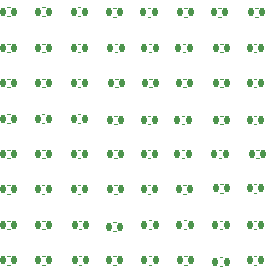
<source format=gbr>
%TF.GenerationSoftware,KiCad,Pcbnew,7.0.5*%
%TF.CreationDate,2023-09-01T16:08:52-05:00*%
%TF.ProjectId,Chimera_0004_Aurora,4368696d-6572-4615-9f30-3030345f4175,rev?*%
%TF.SameCoordinates,Original*%
%TF.FileFunction,Legend,Bot*%
%TF.FilePolarity,Positive*%
%FSLAX46Y46*%
G04 Gerber Fmt 4.6, Leading zero omitted, Abs format (unit mm)*
G04 Created by KiCad (PCBNEW 7.0.5) date 2023-09-01 16:08:52*
%MOMM*%
%LPD*%
G01*
G04 APERTURE LIST*
G04 Aperture macros list*
%AMRoundRect*
0 Rectangle with rounded corners*
0 $1 Rounding radius*
0 $2 $3 $4 $5 $6 $7 $8 $9 X,Y pos of 4 corners*
0 Add a 4 corners polygon primitive as box body*
4,1,4,$2,$3,$4,$5,$6,$7,$8,$9,$2,$3,0*
0 Add four circle primitives for the rounded corners*
1,1,$1+$1,$2,$3*
1,1,$1+$1,$4,$5*
1,1,$1+$1,$6,$7*
1,1,$1+$1,$8,$9*
0 Add four rect primitives between the rounded corners*
20,1,$1+$1,$2,$3,$4,$5,0*
20,1,$1+$1,$4,$5,$6,$7,0*
20,1,$1+$1,$6,$7,$8,$9,0*
20,1,$1+$1,$8,$9,$2,$3,0*%
G04 Aperture macros list end*
%ADD10C,0.120000*%
%ADD11C,0.100000*%
%ADD12C,6.400000*%
%ADD13C,3.600000*%
%ADD14RoundRect,0.140000X-0.140000X-0.170000X0.140000X-0.170000X0.140000X0.170000X-0.140000X0.170000X0*%
%ADD15RoundRect,0.140000X0.140000X0.170000X-0.140000X0.170000X-0.140000X-0.170000X0.140000X-0.170000X0*%
%ADD16C,1.200000*%
%ADD17C,1.800000*%
G04 APERTURE END LIST*
D10*
%TO.C,C70*%
X113892164Y-141960000D02*
X114107836Y-141960000D01*
X113892164Y-141240000D02*
X114107836Y-141240000D01*
%TO.C,C69*%
X116892164Y-141960000D02*
X117107836Y-141960000D01*
X116892164Y-141240000D02*
X117107836Y-141240000D01*
%TO.C,C66*%
X122792164Y-141240000D02*
X123007836Y-141240000D01*
X122792164Y-141960000D02*
X123007836Y-141960000D01*
%TO.C,C65*%
X110892164Y-141240000D02*
X111107836Y-141240000D01*
X110892164Y-141960000D02*
X111107836Y-141960000D01*
%TO.C,C63*%
X119892164Y-141340000D02*
X120107836Y-141340000D01*
X119892164Y-142060000D02*
X120107836Y-142060000D01*
%TO.C,C62*%
X122892164Y-120960000D02*
X123107836Y-120960000D01*
X122892164Y-120240000D02*
X123107836Y-120240000D01*
%TO.C,C61*%
X122792164Y-123960000D02*
X123007836Y-123960000D01*
X122792164Y-123240000D02*
X123007836Y-123240000D01*
%TO.C,C59*%
X122792164Y-126960000D02*
X123007836Y-126960000D01*
X122792164Y-126240000D02*
X123007836Y-126240000D01*
%TO.C,C58*%
X122792164Y-129340000D02*
X123007836Y-129340000D01*
X122792164Y-130060000D02*
X123007836Y-130060000D01*
%TO.C,C57*%
X122992164Y-132240000D02*
X123207836Y-132240000D01*
X122992164Y-132960000D02*
X123207836Y-132960000D01*
%TO.C,C55*%
X122792164Y-135140000D02*
X123007836Y-135140000D01*
X122792164Y-135860000D02*
X123007836Y-135860000D01*
%TO.C,C54*%
X122792164Y-138240000D02*
X123007836Y-138240000D01*
X122792164Y-138960000D02*
X123007836Y-138960000D01*
%TO.C,C53*%
X119792164Y-120240000D02*
X120007836Y-120240000D01*
X119792164Y-120960000D02*
X120007836Y-120960000D01*
%TO.C,C51*%
X119922164Y-123240000D02*
X120137836Y-123240000D01*
X119922164Y-123960000D02*
X120137836Y-123960000D01*
%TO.C,C50*%
X119922164Y-126960000D02*
X120137836Y-126960000D01*
X119922164Y-126240000D02*
X120137836Y-126240000D01*
%TO.C,C49*%
X119922164Y-130060000D02*
X120137836Y-130060000D01*
X119922164Y-129340000D02*
X120137836Y-129340000D01*
%TO.C,C48*%
X119812164Y-132960000D02*
X120027836Y-132960000D01*
X119812164Y-132240000D02*
X120027836Y-132240000D01*
%TO.C,C47*%
X119922164Y-135860000D02*
X120137836Y-135860000D01*
X119922164Y-135140000D02*
X120137836Y-135140000D01*
%TO.C,C46*%
X119892164Y-138960000D02*
X120107836Y-138960000D01*
X119892164Y-138240000D02*
X120107836Y-138240000D01*
%TO.C,C45*%
X116892164Y-120240000D02*
X117107836Y-120240000D01*
X116892164Y-120960000D02*
X117107836Y-120960000D01*
%TO.C,C44*%
X116762164Y-123240000D02*
X116977836Y-123240000D01*
X116762164Y-123960000D02*
X116977836Y-123960000D01*
%TO.C,C43*%
X116792164Y-126240000D02*
X117007836Y-126240000D01*
X116792164Y-126960000D02*
X117007836Y-126960000D01*
%TO.C,C42*%
X116692164Y-130060000D02*
X116907836Y-130060000D01*
X116692164Y-129340000D02*
X116907836Y-129340000D01*
%TO.C,C41*%
X116692164Y-132960000D02*
X116907836Y-132960000D01*
X116692164Y-132240000D02*
X116907836Y-132240000D01*
%TO.C,C40*%
X116792164Y-135960000D02*
X117007836Y-135960000D01*
X116792164Y-135240000D02*
X117007836Y-135240000D01*
%TO.C,C39*%
X116842164Y-138930000D02*
X117057836Y-138930000D01*
X116842164Y-138210000D02*
X117057836Y-138210000D01*
%TO.C,C38*%
X113792164Y-120240000D02*
X114007836Y-120240000D01*
X113792164Y-120960000D02*
X114007836Y-120960000D01*
%TO.C,C37*%
X113892164Y-123240000D02*
X114107836Y-123240000D01*
X113892164Y-123960000D02*
X114107836Y-123960000D01*
%TO.C,C36*%
X113922164Y-126240000D02*
X114137836Y-126240000D01*
X113922164Y-126960000D02*
X114137836Y-126960000D01*
%TO.C,C35*%
X113822164Y-130060000D02*
X114037836Y-130060000D01*
X113822164Y-129340000D02*
X114037836Y-129340000D01*
%TO.C,C34*%
X113822164Y-132960000D02*
X114037836Y-132960000D01*
X113822164Y-132240000D02*
X114037836Y-132240000D01*
%TO.C,C33*%
X113822164Y-135960000D02*
X114037836Y-135960000D01*
X113822164Y-135240000D02*
X114037836Y-135240000D01*
%TO.C,C32*%
X113892164Y-138930000D02*
X114107836Y-138930000D01*
X113892164Y-138210000D02*
X114107836Y-138210000D01*
%TO.C,C31*%
X110892164Y-120240000D02*
X111107836Y-120240000D01*
X110892164Y-120960000D02*
X111107836Y-120960000D01*
%TO.C,C30*%
X111022164Y-123240000D02*
X111237836Y-123240000D01*
X111022164Y-123960000D02*
X111237836Y-123960000D01*
%TO.C,C29*%
X111052164Y-126240000D02*
X111267836Y-126240000D01*
X111052164Y-126960000D02*
X111267836Y-126960000D01*
%TO.C,C28*%
X110952164Y-130060000D02*
X111167836Y-130060000D01*
X110952164Y-129340000D02*
X111167836Y-129340000D01*
%TO.C,C27*%
X110952164Y-132960000D02*
X111167836Y-132960000D01*
X110952164Y-132240000D02*
X111167836Y-132240000D01*
%TO.C,C26*%
X110952164Y-135960000D02*
X111167836Y-135960000D01*
X110952164Y-135240000D02*
X111167836Y-135240000D01*
%TO.C,C25*%
X110892164Y-139110000D02*
X111107836Y-139110000D01*
X110892164Y-138390000D02*
X111107836Y-138390000D01*
%TO.C,C7*%
X102107836Y-138960000D02*
X101892164Y-138960000D01*
X102107836Y-138240000D02*
X101892164Y-138240000D01*
%TO.C,C2*%
X102107836Y-123960000D02*
X101892164Y-123960000D01*
X102107836Y-123240000D02*
X101892164Y-123240000D01*
%TO.C,C4*%
X102107836Y-129960000D02*
X101892164Y-129960000D01*
X102107836Y-129240000D02*
X101892164Y-129240000D01*
%TO.C,C5*%
X102107836Y-132960000D02*
X101892164Y-132960000D01*
X102107836Y-132240000D02*
X101892164Y-132240000D01*
%TO.C,C6*%
X102107836Y-135960000D02*
X101892164Y-135960000D01*
X102107836Y-135240000D02*
X101892164Y-135240000D01*
%TO.C,C22*%
X108107836Y-135240000D02*
X107892164Y-135240000D01*
X108107836Y-135960000D02*
X107892164Y-135960000D01*
%TO.C,C10*%
X105107836Y-123240000D02*
X104892164Y-123240000D01*
X105107836Y-123960000D02*
X104892164Y-123960000D01*
%TO.C,C20*%
X108107836Y-129240000D02*
X107892164Y-129240000D01*
X108107836Y-129960000D02*
X107892164Y-129960000D01*
%TO.C,C1*%
X102107836Y-120910000D02*
X101892164Y-120910000D01*
X102107836Y-120190000D02*
X101892164Y-120190000D01*
%TO.C,C3*%
X102107836Y-126960000D02*
X101892164Y-126960000D01*
X102107836Y-126240000D02*
X101892164Y-126240000D01*
%TO.C,C9*%
X105107836Y-120190000D02*
X104892164Y-120190000D01*
X105107836Y-120910000D02*
X104892164Y-120910000D01*
%TO.C,C11*%
X105107836Y-126240000D02*
X104892164Y-126240000D01*
X105107836Y-126960000D02*
X104892164Y-126960000D01*
%TO.C,C12*%
X105063036Y-129240000D02*
X104847364Y-129240000D01*
X105063036Y-129960000D02*
X104847364Y-129960000D01*
%TO.C,C13*%
X105107836Y-132240000D02*
X104892164Y-132240000D01*
X105107836Y-132960000D02*
X104892164Y-132960000D01*
%TO.C,C14*%
X105063036Y-135240000D02*
X104847364Y-135240000D01*
X105063036Y-135960000D02*
X104847364Y-135960000D01*
%TO.C,C15*%
X105107836Y-138240000D02*
X104892164Y-138240000D01*
X105107836Y-138960000D02*
X104892164Y-138960000D01*
%TO.C,C17*%
X108107836Y-120190000D02*
X107892164Y-120190000D01*
X108107836Y-120910000D02*
X107892164Y-120910000D01*
%TO.C,C19*%
X108107836Y-126240000D02*
X107892164Y-126240000D01*
X108107836Y-126960000D02*
X107892164Y-126960000D01*
%TO.C,C18*%
X108107836Y-123240000D02*
X107892164Y-123240000D01*
X108107836Y-123960000D02*
X107892164Y-123960000D01*
%TO.C,C16*%
X105107836Y-141240000D02*
X104892164Y-141240000D01*
X105107836Y-141960000D02*
X104892164Y-141960000D01*
%TO.C,C21*%
X108107836Y-132240000D02*
X107892164Y-132240000D01*
X108107836Y-132960000D02*
X107892164Y-132960000D01*
%TO.C,C23*%
X108193036Y-138240000D02*
X107977364Y-138240000D01*
X108193036Y-138960000D02*
X107977364Y-138960000D01*
%TO.C,C8*%
X102107836Y-141960000D02*
X101892164Y-141960000D01*
X102107836Y-141240000D02*
X101892164Y-141240000D01*
%TO.C,C24*%
X108193036Y-141240000D02*
X107977364Y-141240000D01*
X108193036Y-141960000D02*
X107977364Y-141960000D01*
%TD*%
%LPC*%
%TO.C,U2*%
D11*
X122425000Y-92400000D02*
X119225000Y-92400000D01*
X119225000Y-89900000D01*
X122425000Y-89900000D01*
X122425000Y-92400000D01*
G36*
X122425000Y-92400000D02*
G01*
X119225000Y-92400000D01*
X119225000Y-89900000D01*
X122425000Y-89900000D01*
X122425000Y-92400000D01*
G37*
X118025000Y-92400000D02*
X102575000Y-92400000D01*
X102575000Y-89900000D01*
X118025000Y-89900000D01*
X118025000Y-92400000D01*
G36*
X118025000Y-92400000D02*
G01*
X102575000Y-92400000D01*
X102575000Y-89900000D01*
X118025000Y-89900000D01*
X118025000Y-92400000D01*
G37*
%TD*%
D12*
%TO.C,H1*%
X112500000Y-149900000D03*
D13*
X112500000Y-149900000D03*
%TD*%
D14*
%TO.C,C70*%
X114480000Y-141600000D03*
X113520000Y-141600000D03*
%TD*%
%TO.C,C69*%
X117480000Y-141600000D03*
X116520000Y-141600000D03*
%TD*%
%TO.C,C66*%
X122420000Y-141600000D03*
X123380000Y-141600000D03*
%TD*%
%TO.C,C65*%
X110520000Y-141600000D03*
X111480000Y-141600000D03*
%TD*%
%TO.C,C63*%
X119520000Y-141700000D03*
X120480000Y-141700000D03*
%TD*%
%TO.C,C62*%
X123480000Y-120600000D03*
X122520000Y-120600000D03*
%TD*%
%TO.C,C61*%
X123380000Y-123600000D03*
X122420000Y-123600000D03*
%TD*%
%TO.C,C59*%
X123380000Y-126600000D03*
X122420000Y-126600000D03*
%TD*%
%TO.C,C58*%
X122420000Y-129700000D03*
X123380000Y-129700000D03*
%TD*%
%TO.C,C57*%
X122620000Y-132600000D03*
X123580000Y-132600000D03*
%TD*%
%TO.C,C55*%
X122420000Y-135500000D03*
X123380000Y-135500000D03*
%TD*%
%TO.C,C54*%
X122420000Y-138600000D03*
X123380000Y-138600000D03*
%TD*%
%TO.C,C53*%
X119420000Y-120600000D03*
X120380000Y-120600000D03*
%TD*%
%TO.C,C51*%
X119550000Y-123600000D03*
X120510000Y-123600000D03*
%TD*%
%TO.C,C50*%
X120510000Y-126600000D03*
X119550000Y-126600000D03*
%TD*%
%TO.C,C49*%
X120510000Y-129700000D03*
X119550000Y-129700000D03*
%TD*%
%TO.C,C48*%
X120400000Y-132600000D03*
X119440000Y-132600000D03*
%TD*%
%TO.C,C47*%
X120510000Y-135500000D03*
X119550000Y-135500000D03*
%TD*%
%TO.C,C46*%
X120480000Y-138600000D03*
X119520000Y-138600000D03*
%TD*%
%TO.C,C45*%
X116520000Y-120600000D03*
X117480000Y-120600000D03*
%TD*%
%TO.C,C44*%
X116390000Y-123600000D03*
X117350000Y-123600000D03*
%TD*%
%TO.C,C43*%
X116420000Y-126600000D03*
X117380000Y-126600000D03*
%TD*%
%TO.C,C42*%
X117280000Y-129700000D03*
X116320000Y-129700000D03*
%TD*%
%TO.C,C41*%
X117280000Y-132600000D03*
X116320000Y-132600000D03*
%TD*%
%TO.C,C40*%
X117380000Y-135600000D03*
X116420000Y-135600000D03*
%TD*%
%TO.C,C39*%
X117430000Y-138570000D03*
X116470000Y-138570000D03*
%TD*%
%TO.C,C38*%
X113420000Y-120600000D03*
X114380000Y-120600000D03*
%TD*%
%TO.C,C37*%
X113520000Y-123600000D03*
X114480000Y-123600000D03*
%TD*%
%TO.C,C36*%
X113550000Y-126600000D03*
X114510000Y-126600000D03*
%TD*%
%TO.C,C35*%
X114410000Y-129700000D03*
X113450000Y-129700000D03*
%TD*%
%TO.C,C34*%
X114410000Y-132600000D03*
X113450000Y-132600000D03*
%TD*%
%TO.C,C33*%
X114410000Y-135600000D03*
X113450000Y-135600000D03*
%TD*%
%TO.C,C32*%
X114480000Y-138570000D03*
X113520000Y-138570000D03*
%TD*%
%TO.C,C31*%
X110520000Y-120600000D03*
X111480000Y-120600000D03*
%TD*%
%TO.C,C30*%
X110650000Y-123600000D03*
X111610000Y-123600000D03*
%TD*%
%TO.C,C29*%
X110680000Y-126600000D03*
X111640000Y-126600000D03*
%TD*%
%TO.C,C28*%
X111540000Y-129700000D03*
X110580000Y-129700000D03*
%TD*%
%TO.C,C27*%
X111540000Y-132600000D03*
X110580000Y-132600000D03*
%TD*%
%TO.C,C26*%
X111540000Y-135600000D03*
X110580000Y-135600000D03*
%TD*%
%TO.C,C25*%
X111480000Y-138750000D03*
X110520000Y-138750000D03*
%TD*%
D15*
%TO.C,C7*%
X102480000Y-138600000D03*
X101520000Y-138600000D03*
%TD*%
%TO.C,C2*%
X102480000Y-123600000D03*
X101520000Y-123600000D03*
%TD*%
%TO.C,C4*%
X102480000Y-129600000D03*
X101520000Y-129600000D03*
%TD*%
%TO.C,C5*%
X102480000Y-132600000D03*
X101520000Y-132600000D03*
%TD*%
%TO.C,C6*%
X102480000Y-135600000D03*
X101520000Y-135600000D03*
%TD*%
%TO.C,C22*%
X107520000Y-135600000D03*
X108480000Y-135600000D03*
%TD*%
%TO.C,C10*%
X104520000Y-123600000D03*
X105480000Y-123600000D03*
%TD*%
%TO.C,C20*%
X107520000Y-129600000D03*
X108480000Y-129600000D03*
%TD*%
%TO.C,C1*%
X102480000Y-120550000D03*
X101520000Y-120550000D03*
%TD*%
%TO.C,C3*%
X102480000Y-126600000D03*
X101520000Y-126600000D03*
%TD*%
%TO.C,C9*%
X104520000Y-120550000D03*
X105480000Y-120550000D03*
%TD*%
%TO.C,C11*%
X104520000Y-126600000D03*
X105480000Y-126600000D03*
%TD*%
%TO.C,C12*%
X104475200Y-129600000D03*
X105435200Y-129600000D03*
%TD*%
%TO.C,C13*%
X104520000Y-132600000D03*
X105480000Y-132600000D03*
%TD*%
%TO.C,C14*%
X104475200Y-135600000D03*
X105435200Y-135600000D03*
%TD*%
%TO.C,C15*%
X104520000Y-138600000D03*
X105480000Y-138600000D03*
%TD*%
%TO.C,C17*%
X107520000Y-120550000D03*
X108480000Y-120550000D03*
%TD*%
%TO.C,C19*%
X107520000Y-126600000D03*
X108480000Y-126600000D03*
%TD*%
%TO.C,C18*%
X107520000Y-123600000D03*
X108480000Y-123600000D03*
%TD*%
%TO.C,C16*%
X104520000Y-141600000D03*
X105480000Y-141600000D03*
%TD*%
%TO.C,C21*%
X107520000Y-132600000D03*
X108480000Y-132600000D03*
%TD*%
%TO.C,C23*%
X107605200Y-138600000D03*
X108565200Y-138600000D03*
%TD*%
%TO.C,C8*%
X102480000Y-141600000D03*
X101520000Y-141600000D03*
%TD*%
%TO.C,C24*%
X107605200Y-141600000D03*
X108565200Y-141600000D03*
%TD*%
D16*
%TO.C,CN1*%
X122499900Y-97125200D03*
D17*
X102499900Y-97125200D03*
%TD*%
%LPD*%
M02*

</source>
